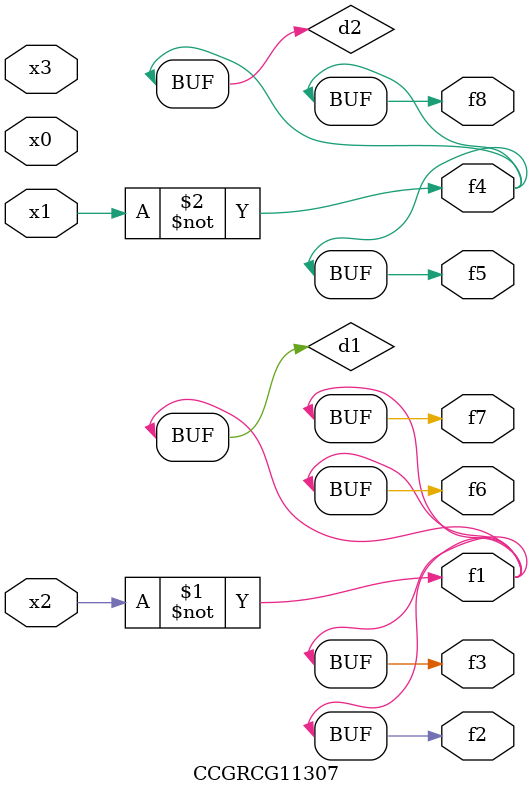
<source format=v>
module CCGRCG11307(
	input x0, x1, x2, x3,
	output f1, f2, f3, f4, f5, f6, f7, f8
);

	wire d1, d2;

	xnor (d1, x2);
	not (d2, x1);
	assign f1 = d1;
	assign f2 = d1;
	assign f3 = d1;
	assign f4 = d2;
	assign f5 = d2;
	assign f6 = d1;
	assign f7 = d1;
	assign f8 = d2;
endmodule

</source>
